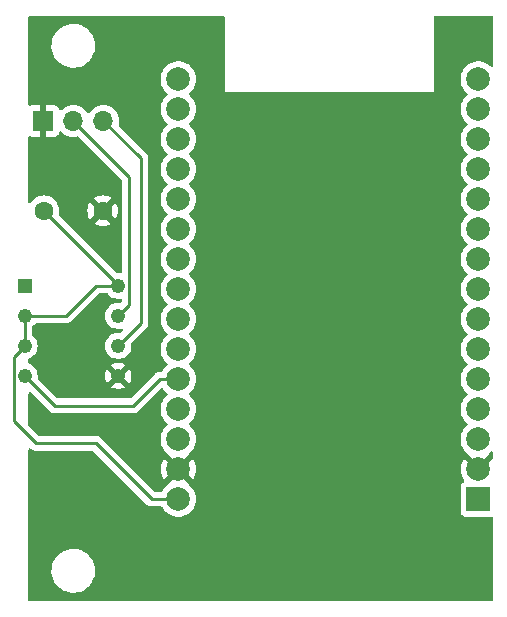
<source format=gbr>
%TF.GenerationSoftware,KiCad,Pcbnew,7.0.2-0*%
%TF.CreationDate,2023-09-29T11:13:34+09:30*%
%TF.ProjectId,ESP32DMX,45535033-3244-44d5-982e-6b696361645f,rev?*%
%TF.SameCoordinates,Original*%
%TF.FileFunction,Copper,L1,Top*%
%TF.FilePolarity,Positive*%
%FSLAX46Y46*%
G04 Gerber Fmt 4.6, Leading zero omitted, Abs format (unit mm)*
G04 Created by KiCad (PCBNEW 7.0.2-0) date 2023-09-29 11:13:34*
%MOMM*%
%LPD*%
G01*
G04 APERTURE LIST*
%TA.AperFunction,ComponentPad*%
%ADD10R,2.000000X2.000000*%
%TD*%
%TA.AperFunction,ComponentPad*%
%ADD11C,2.000000*%
%TD*%
%TA.AperFunction,ComponentPad*%
%ADD12R,1.210000X1.210000*%
%TD*%
%TA.AperFunction,ComponentPad*%
%ADD13C,1.210000*%
%TD*%
%TA.AperFunction,ComponentPad*%
%ADD14C,1.600000*%
%TD*%
%TA.AperFunction,ComponentPad*%
%ADD15R,1.700000X1.700000*%
%TD*%
%TA.AperFunction,ComponentPad*%
%ADD16O,1.700000X1.700000*%
%TD*%
%TA.AperFunction,Conductor*%
%ADD17C,0.250000*%
%TD*%
G04 APERTURE END LIST*
D10*
%TO.P,U1,1,3V3*%
%TO.N,unconnected-(U1-3V3-Pad1)*%
X93980000Y-101875000D03*
D11*
%TO.P,U1,2,GND*%
%TO.N,GND*%
X93980000Y-99335000D03*
%TO.P,U1,3,D15*%
%TO.N,unconnected-(U1-D15-Pad3)*%
X93980000Y-96795000D03*
%TO.P,U1,4,D2*%
%TO.N,unconnected-(U1-D2-Pad4)*%
X93980000Y-94255000D03*
%TO.P,U1,5,D4*%
%TO.N,unconnected-(U1-D4-Pad5)*%
X93980000Y-91715000D03*
%TO.P,U1,6,RX2*%
%TO.N,unconnected-(U1-RX2-Pad6)*%
X93980000Y-89175000D03*
%TO.P,U1,7,TX2*%
%TO.N,unconnected-(U1-TX2-Pad7)*%
X93980000Y-86635000D03*
%TO.P,U1,8,D5*%
%TO.N,unconnected-(U1-D5-Pad8)*%
X93980000Y-84095000D03*
%TO.P,U1,9,D18*%
%TO.N,unconnected-(U1-D18-Pad9)*%
X93980000Y-81555000D03*
%TO.P,U1,10,D19*%
%TO.N,unconnected-(U1-D19-Pad10)*%
X93980000Y-79015000D03*
%TO.P,U1,11,D21*%
%TO.N,unconnected-(U1-D21-Pad11)*%
X93980000Y-76475000D03*
%TO.P,U1,12,RX0*%
%TO.N,unconnected-(U1-RX0-Pad12)*%
X93980000Y-73935000D03*
%TO.P,U1,13,TX0*%
%TO.N,unconnected-(U1-TX0-Pad13)*%
X93980000Y-71395000D03*
%TO.P,U1,14,D22*%
%TO.N,unconnected-(U1-D22-Pad14)*%
X93980000Y-68855000D03*
%TO.P,U1,15,D23*%
%TO.N,unconnected-(U1-D23-Pad15)*%
X93980000Y-66315000D03*
%TO.P,U1,30,VIN*%
%TO.N,+5V*%
X68580000Y-101875000D03*
%TO.P,U1,29,GND*%
%TO.N,GND*%
X68580000Y-99335000D03*
%TO.P,U1,28,D13*%
%TO.N,unconnected-(U1-D13-Pad28)*%
X68580000Y-96795000D03*
%TO.P,U1,27,D12*%
%TO.N,unconnected-(U1-D12-Pad27)*%
X68580000Y-94255000D03*
%TO.P,U1,26,D14*%
%TO.N,/DMX_DATA*%
X68580000Y-91715000D03*
%TO.P,U1,25,D27*%
%TO.N,unconnected-(U1-D27-Pad25)*%
X68580000Y-89175000D03*
%TO.P,U1,24,D26*%
%TO.N,unconnected-(U1-D26-Pad24)*%
X68580000Y-86635000D03*
%TO.P,U1,23,D25*%
%TO.N,unconnected-(U1-D25-Pad23)*%
X68580000Y-84095000D03*
%TO.P,U1,22,D33*%
%TO.N,unconnected-(U1-D33-Pad22)*%
X68580000Y-81555000D03*
%TO.P,U1,21,D32*%
%TO.N,unconnected-(U1-D32-Pad21)*%
X68580000Y-79015000D03*
%TO.P,U1,20,D35*%
%TO.N,unconnected-(U1-D35-Pad20)*%
X68580000Y-76475000D03*
%TO.P,U1,19,D34*%
%TO.N,unconnected-(U1-D34-Pad19)*%
X68580000Y-73935000D03*
%TO.P,U1,18,VN*%
%TO.N,unconnected-(U1-VN-Pad18)*%
X68580000Y-71395000D03*
%TO.P,U1,17,VP*%
%TO.N,unconnected-(U1-VP-Pad17)*%
X68580000Y-68855000D03*
%TO.P,U1,16,EN*%
%TO.N,unconnected-(U1-EN-Pad16)*%
X68580000Y-66315000D03*
%TD*%
D12*
%TO.P,U2,1,RO*%
%TO.N,unconnected-(U2-RO-Pad1)*%
X55560000Y-83820000D03*
D13*
%TO.P,U2,2,~{RE}*%
%TO.N,+5V*%
X55560000Y-86360000D03*
%TO.P,U2,3,DE*%
X55560000Y-88900000D03*
%TO.P,U2,4,DI*%
%TO.N,/DMX_DATA*%
X55560000Y-91440000D03*
%TO.P,U2,5,GND*%
%TO.N,GND*%
X63500000Y-91440000D03*
%TO.P,U2,6,A*%
%TO.N,/XLR_PIN3*%
X63500000Y-88900000D03*
%TO.P,U2,7,B*%
%TO.N,/XLR_PIN2*%
X63500000Y-86360000D03*
%TO.P,U2,8,VCC*%
%TO.N,+5V*%
X63500000Y-83820000D03*
%TD*%
D14*
%TO.P,C1,1*%
%TO.N,+5V*%
X57190000Y-77470000D03*
%TO.P,C1,2*%
%TO.N,GND*%
X62190000Y-77470000D03*
%TD*%
D15*
%TO.P,J1,1,Pin_1*%
%TO.N,GND*%
X57150000Y-69850000D03*
D16*
%TO.P,J1,2,Pin_2*%
%TO.N,/XLR_PIN2*%
X59690000Y-69850000D03*
%TO.P,J1,3,Pin_3*%
%TO.N,/XLR_PIN3*%
X62230000Y-69850000D03*
%TD*%
D17*
%TO.N,/XLR_PIN3*%
X62230000Y-69850000D02*
X65405000Y-73025000D01*
X65405000Y-73025000D02*
X65405000Y-86995000D01*
X65405000Y-86995000D02*
X63500000Y-88900000D01*
%TO.N,/XLR_PIN2*%
X63500000Y-86360000D02*
X64430000Y-85430000D01*
X64430000Y-85430000D02*
X64430000Y-74590000D01*
X64430000Y-74590000D02*
X59690000Y-69850000D01*
%TO.N,+5V*%
X61595000Y-97155000D02*
X56515000Y-97155000D01*
X66315000Y-101875000D02*
X61595000Y-97155000D01*
X54630000Y-95270000D02*
X54630000Y-89830000D01*
X54630000Y-89830000D02*
X55560000Y-88900000D01*
X56515000Y-97155000D02*
X54630000Y-95270000D01*
X61595000Y-83820000D02*
X59055000Y-86360000D01*
X63500000Y-83820000D02*
X61595000Y-83820000D01*
X59055000Y-86360000D02*
X55560000Y-86360000D01*
X55560000Y-86360000D02*
X55560000Y-88900000D01*
%TO.N,/DMX_DATA*%
X67035000Y-91715000D02*
X64770000Y-93980000D01*
X58100000Y-93980000D02*
X55560000Y-91440000D01*
X68580000Y-91715000D02*
X67035000Y-91715000D01*
X64770000Y-93980000D02*
X58100000Y-93980000D01*
%TO.N,+5V*%
X57190000Y-77470000D02*
X63500000Y-83780000D01*
X63500000Y-83780000D02*
X63500000Y-83820000D01*
X66315000Y-101875000D02*
X68580000Y-101875000D01*
%TD*%
%TA.AperFunction,Conductor*%
%TO.N,GND*%
G36*
X72443039Y-60979685D02*
G01*
X72488794Y-61032489D01*
X72500000Y-61083999D01*
X72500000Y-67375000D01*
X90190000Y-67375000D01*
X90190000Y-61084000D01*
X90209685Y-61016961D01*
X90262489Y-60971206D01*
X90314000Y-60960000D01*
X95126000Y-60960000D01*
X95193039Y-60979685D01*
X95238794Y-61032489D01*
X95250000Y-61084000D01*
X95250000Y-65161327D01*
X95230315Y-65228366D01*
X95177511Y-65274121D01*
X95108353Y-65284065D01*
X95044797Y-65255040D01*
X95034771Y-65245311D01*
X94999741Y-65207259D01*
X94803514Y-65054529D01*
X94803510Y-65054526D01*
X94803509Y-65054526D01*
X94584810Y-64936172D01*
X94584806Y-64936170D01*
X94584805Y-64936170D01*
X94349615Y-64855429D01*
X94104335Y-64814500D01*
X93855665Y-64814500D01*
X93610384Y-64855429D01*
X93375194Y-64936170D01*
X93156485Y-65054529D01*
X92960259Y-65207259D01*
X92960256Y-65207261D01*
X92960256Y-65207262D01*
X92916273Y-65255040D01*
X92791837Y-65390214D01*
X92655825Y-65598395D01*
X92555938Y-65826117D01*
X92494891Y-66067183D01*
X92474356Y-66314999D01*
X92494891Y-66562816D01*
X92494891Y-66562819D01*
X92494892Y-66562821D01*
X92555937Y-66803881D01*
X92600960Y-66906523D01*
X92655825Y-67031604D01*
X92655827Y-67031607D01*
X92791836Y-67239785D01*
X92930416Y-67390323D01*
X92960256Y-67422738D01*
X93043008Y-67487147D01*
X93083821Y-67543858D01*
X93087494Y-67613631D01*
X93052863Y-67674314D01*
X93043008Y-67682853D01*
X92960256Y-67747261D01*
X92791837Y-67930214D01*
X92655825Y-68138395D01*
X92565780Y-68343678D01*
X92555937Y-68366119D01*
X92505427Y-68565576D01*
X92494891Y-68607183D01*
X92474356Y-68854999D01*
X92494891Y-69102816D01*
X92494891Y-69102819D01*
X92494892Y-69102821D01*
X92555937Y-69343881D01*
X92565341Y-69365320D01*
X92655825Y-69571604D01*
X92655827Y-69571607D01*
X92791836Y-69779785D01*
X92930416Y-69930323D01*
X92960256Y-69962738D01*
X93043008Y-70027147D01*
X93083821Y-70083858D01*
X93087494Y-70153631D01*
X93052863Y-70214314D01*
X93043008Y-70222853D01*
X92960256Y-70287261D01*
X92791837Y-70470214D01*
X92655825Y-70678395D01*
X92597867Y-70810528D01*
X92555937Y-70906119D01*
X92517681Y-71057188D01*
X92494891Y-71147183D01*
X92474356Y-71394999D01*
X92494891Y-71642816D01*
X92494891Y-71642819D01*
X92494892Y-71642821D01*
X92555937Y-71883881D01*
X92600960Y-71986523D01*
X92655825Y-72111604D01*
X92655827Y-72111607D01*
X92791836Y-72319785D01*
X92930416Y-72470323D01*
X92960256Y-72502738D01*
X93043008Y-72567147D01*
X93083821Y-72623858D01*
X93087494Y-72693631D01*
X93052863Y-72754314D01*
X93043008Y-72762853D01*
X92960256Y-72827261D01*
X92869018Y-72926373D01*
X92791836Y-73010215D01*
X92787309Y-73017144D01*
X92655825Y-73218395D01*
X92555938Y-73446117D01*
X92494891Y-73687183D01*
X92474356Y-73935000D01*
X92494891Y-74182816D01*
X92494891Y-74182819D01*
X92494892Y-74182821D01*
X92555937Y-74423881D01*
X92600960Y-74526523D01*
X92655825Y-74651604D01*
X92655827Y-74651607D01*
X92791836Y-74859785D01*
X92930416Y-75010323D01*
X92960256Y-75042738D01*
X93043008Y-75107147D01*
X93083821Y-75163858D01*
X93087494Y-75233631D01*
X93052863Y-75294314D01*
X93043008Y-75302853D01*
X92960256Y-75367261D01*
X92791837Y-75550214D01*
X92655825Y-75758395D01*
X92565780Y-75963678D01*
X92555937Y-75986119D01*
X92510630Y-76165033D01*
X92494891Y-76227183D01*
X92474356Y-76474999D01*
X92494891Y-76722816D01*
X92494891Y-76722819D01*
X92494892Y-76722821D01*
X92555937Y-76963881D01*
X92582089Y-77023502D01*
X92655825Y-77191604D01*
X92655827Y-77191607D01*
X92791836Y-77399785D01*
X92930416Y-77550323D01*
X92960256Y-77582738D01*
X93043008Y-77647147D01*
X93083821Y-77703858D01*
X93087494Y-77773631D01*
X93052863Y-77834314D01*
X93043008Y-77842853D01*
X92960256Y-77907261D01*
X92805215Y-78075681D01*
X92791836Y-78090215D01*
X92761258Y-78137019D01*
X92655825Y-78298395D01*
X92580533Y-78470046D01*
X92555937Y-78526119D01*
X92497940Y-78755141D01*
X92494891Y-78767183D01*
X92474356Y-79014999D01*
X92494891Y-79262816D01*
X92494891Y-79262819D01*
X92494892Y-79262821D01*
X92555937Y-79503881D01*
X92600960Y-79606523D01*
X92655825Y-79731604D01*
X92655827Y-79731607D01*
X92791836Y-79939785D01*
X92930416Y-80090323D01*
X92960256Y-80122738D01*
X93043008Y-80187147D01*
X93083821Y-80243858D01*
X93087494Y-80313631D01*
X93052863Y-80374314D01*
X93043008Y-80382853D01*
X92960256Y-80447261D01*
X92791837Y-80630214D01*
X92655825Y-80838395D01*
X92555938Y-81066117D01*
X92494891Y-81307183D01*
X92474356Y-81554999D01*
X92494891Y-81802816D01*
X92494891Y-81802819D01*
X92494892Y-81802821D01*
X92555937Y-82043881D01*
X92600960Y-82146523D01*
X92655825Y-82271604D01*
X92655827Y-82271607D01*
X92791836Y-82479785D01*
X92960256Y-82662737D01*
X92960256Y-82662738D01*
X93043008Y-82727147D01*
X93083821Y-82783858D01*
X93087494Y-82853631D01*
X93052863Y-82914314D01*
X93043008Y-82922853D01*
X92960256Y-82987261D01*
X92843738Y-83113834D01*
X92791836Y-83170215D01*
X92770495Y-83202880D01*
X92655825Y-83378395D01*
X92555938Y-83606117D01*
X92494891Y-83847183D01*
X92474356Y-84095000D01*
X92494891Y-84342816D01*
X92494891Y-84342819D01*
X92494892Y-84342821D01*
X92555937Y-84583881D01*
X92592542Y-84667331D01*
X92655825Y-84811604D01*
X92655827Y-84811607D01*
X92791836Y-85019785D01*
X92945387Y-85186586D01*
X92960256Y-85202738D01*
X93043008Y-85267147D01*
X93083821Y-85323858D01*
X93087494Y-85393631D01*
X93052863Y-85454314D01*
X93043008Y-85462853D01*
X92960256Y-85527261D01*
X92882215Y-85612037D01*
X92791836Y-85710215D01*
X92775970Y-85734500D01*
X92655825Y-85918395D01*
X92565780Y-86123678D01*
X92555937Y-86146119D01*
X92501775Y-86360000D01*
X92494891Y-86387183D01*
X92474356Y-86634999D01*
X92494891Y-86882816D01*
X92494891Y-86882819D01*
X92494892Y-86882821D01*
X92555937Y-87123881D01*
X92557641Y-87127765D01*
X92655825Y-87351604D01*
X92655827Y-87351607D01*
X92791836Y-87559785D01*
X92960256Y-87742738D01*
X93043008Y-87807146D01*
X93083820Y-87863856D01*
X93087495Y-87933629D01*
X93052863Y-87994312D01*
X93043009Y-88002851D01*
X92960257Y-88067260D01*
X92791837Y-88250214D01*
X92655825Y-88458395D01*
X92570759Y-88652328D01*
X92555937Y-88686119D01*
X92539393Y-88751451D01*
X92494891Y-88927183D01*
X92474356Y-89174999D01*
X92494891Y-89422816D01*
X92494891Y-89422819D01*
X92494892Y-89422821D01*
X92555937Y-89663881D01*
X92600960Y-89766523D01*
X92655825Y-89891604D01*
X92655827Y-89891607D01*
X92791836Y-90099785D01*
X92927300Y-90246938D01*
X92960256Y-90282738D01*
X93043008Y-90347147D01*
X93083821Y-90403858D01*
X93087494Y-90473631D01*
X93052863Y-90534314D01*
X93043008Y-90542853D01*
X92960256Y-90607261D01*
X92791837Y-90790214D01*
X92655825Y-90998395D01*
X92583837Y-91162514D01*
X92555937Y-91226119D01*
X92542007Y-91281129D01*
X92494891Y-91467183D01*
X92474356Y-91714999D01*
X92494891Y-91962816D01*
X92494891Y-91962819D01*
X92494892Y-91962821D01*
X92555937Y-92203881D01*
X92600960Y-92306523D01*
X92655825Y-92431604D01*
X92655827Y-92431607D01*
X92791836Y-92639785D01*
X92930416Y-92790323D01*
X92960256Y-92822738D01*
X93043008Y-92887147D01*
X93083821Y-92943858D01*
X93087494Y-93013631D01*
X93052863Y-93074314D01*
X93043008Y-93082853D01*
X92960256Y-93147261D01*
X92805215Y-93315680D01*
X92791836Y-93330215D01*
X92775970Y-93354500D01*
X92655825Y-93538395D01*
X92555938Y-93766117D01*
X92494891Y-94007183D01*
X92474356Y-94255000D01*
X92494891Y-94502816D01*
X92494891Y-94502819D01*
X92494892Y-94502821D01*
X92555937Y-94743881D01*
X92600960Y-94846523D01*
X92655825Y-94971604D01*
X92655827Y-94971607D01*
X92791836Y-95179785D01*
X92930416Y-95330323D01*
X92960256Y-95362738D01*
X93043008Y-95427147D01*
X93083821Y-95483858D01*
X93087494Y-95553631D01*
X93052863Y-95614314D01*
X93043008Y-95622853D01*
X92960256Y-95687261D01*
X92791837Y-95870214D01*
X92655825Y-96078395D01*
X92555938Y-96306117D01*
X92494891Y-96547183D01*
X92474356Y-96794999D01*
X92494891Y-97042816D01*
X92494891Y-97042819D01*
X92494892Y-97042821D01*
X92555937Y-97283881D01*
X92600960Y-97386523D01*
X92655825Y-97511604D01*
X92655827Y-97511607D01*
X92791836Y-97719785D01*
X92930416Y-97870323D01*
X92960256Y-97902738D01*
X93063744Y-97983286D01*
X93104557Y-98039996D01*
X93111343Y-98088823D01*
X93109941Y-98111389D01*
X93838634Y-98840081D01*
X93834839Y-98840627D01*
X93701438Y-98901549D01*
X93590605Y-98997587D01*
X93511318Y-99120960D01*
X93488866Y-99197419D01*
X92756564Y-98465116D01*
X92656266Y-98618634D01*
X92556413Y-98846278D01*
X92495386Y-99087267D01*
X92474858Y-99334999D01*
X92495386Y-99582732D01*
X92556413Y-99823721D01*
X92656267Y-100051368D01*
X92786941Y-100251380D01*
X92807128Y-100318269D01*
X92787948Y-100385455D01*
X92750412Y-100418476D01*
X92751942Y-100420520D01*
X92737670Y-100431203D01*
X92737669Y-100431204D01*
X92650883Y-100496172D01*
X92622454Y-100517454D01*
X92536204Y-100632668D01*
X92516047Y-100686714D01*
X92485909Y-100767517D01*
X92479500Y-100827127D01*
X92479500Y-100830448D01*
X92479500Y-100830449D01*
X92479500Y-102919560D01*
X92479500Y-102919578D01*
X92479501Y-102922872D01*
X92479853Y-102926152D01*
X92479854Y-102926159D01*
X92485909Y-102982484D01*
X92511056Y-103049907D01*
X92536204Y-103117331D01*
X92622454Y-103232546D01*
X92737669Y-103318796D01*
X92872517Y-103369091D01*
X92932127Y-103375500D01*
X95027872Y-103375499D01*
X95087483Y-103369091D01*
X95087484Y-103369090D01*
X95102969Y-103367426D01*
X95103183Y-103369420D01*
X95152354Y-103365902D01*
X95213678Y-103399385D01*
X95247165Y-103460707D01*
X95250000Y-103487069D01*
X95250000Y-110366000D01*
X95230315Y-110433039D01*
X95177511Y-110478794D01*
X95126000Y-110490000D01*
X56004000Y-110490000D01*
X55936961Y-110470315D01*
X55891206Y-110417511D01*
X55880000Y-110366000D01*
X55880000Y-108017764D01*
X57835787Y-108017764D01*
X57865413Y-108287016D01*
X57933928Y-108549087D01*
X58039871Y-108798392D01*
X58180982Y-109029611D01*
X58270253Y-109136881D01*
X58354255Y-109237820D01*
X58555998Y-109418582D01*
X58781910Y-109568044D01*
X58888211Y-109617876D01*
X59027177Y-109683021D01*
X59286562Y-109761058D01*
X59286569Y-109761060D01*
X59554561Y-109800500D01*
X59554564Y-109800500D01*
X59755369Y-109800500D01*
X59757631Y-109800500D01*
X59960156Y-109785677D01*
X60224553Y-109726780D01*
X60477558Y-109630014D01*
X60713777Y-109497441D01*
X60928177Y-109331888D01*
X61116186Y-109136881D01*
X61273799Y-108916579D01*
X61397656Y-108675675D01*
X61485118Y-108419305D01*
X61534319Y-108152933D01*
X61544212Y-107882235D01*
X61514586Y-107612982D01*
X61446072Y-107350912D01*
X61340130Y-107101610D01*
X61199018Y-106870390D01*
X61199017Y-106870388D01*
X61025746Y-106662181D01*
X60920759Y-106568112D01*
X60824002Y-106481418D01*
X60598090Y-106331956D01*
X60598086Y-106331954D01*
X60352822Y-106216978D01*
X60093437Y-106138941D01*
X60093431Y-106138940D01*
X59825439Y-106099500D01*
X59622369Y-106099500D01*
X59620120Y-106099664D01*
X59620109Y-106099665D01*
X59419843Y-106114322D01*
X59155449Y-106173219D01*
X58902441Y-106269986D01*
X58666223Y-106402559D01*
X58451825Y-106568109D01*
X58263813Y-106763120D01*
X58106201Y-106983420D01*
X57982342Y-107224329D01*
X57894881Y-107480695D01*
X57845680Y-107747066D01*
X57835787Y-108017764D01*
X55880000Y-108017764D01*
X55880000Y-97703952D01*
X55899685Y-97636913D01*
X55952489Y-97591158D01*
X56021647Y-97581214D01*
X56085203Y-97610239D01*
X56091681Y-97616271D01*
X56100530Y-97625120D01*
X56103615Y-97627513D01*
X56103701Y-97627580D01*
X56112573Y-97635158D01*
X56144418Y-97665062D01*
X56161974Y-97674714D01*
X56178231Y-97685392D01*
X56194064Y-97697674D01*
X56210185Y-97704649D01*
X56234156Y-97715023D01*
X56244643Y-97720160D01*
X56282908Y-97741197D01*
X56302316Y-97746180D01*
X56320710Y-97752478D01*
X56339105Y-97760438D01*
X56382254Y-97767271D01*
X56393680Y-97769638D01*
X56409222Y-97773629D01*
X56435980Y-97780500D01*
X56435981Y-97780500D01*
X56456016Y-97780500D01*
X56475413Y-97782026D01*
X56495196Y-97785160D01*
X56538674Y-97781050D01*
X56550344Y-97780500D01*
X61284548Y-97780500D01*
X61351587Y-97800185D01*
X61372229Y-97816819D01*
X65814196Y-102258787D01*
X65827096Y-102274888D01*
X65878223Y-102322900D01*
X65881020Y-102325611D01*
X65900529Y-102345120D01*
X65903709Y-102347587D01*
X65912571Y-102355155D01*
X65944418Y-102385062D01*
X65961972Y-102394712D01*
X65978236Y-102405396D01*
X65989972Y-102414499D01*
X65994064Y-102417673D01*
X66018909Y-102428424D01*
X66034152Y-102435021D01*
X66044631Y-102440154D01*
X66082908Y-102461197D01*
X66102306Y-102466177D01*
X66120708Y-102472477D01*
X66139104Y-102480438D01*
X66182261Y-102487273D01*
X66193664Y-102489634D01*
X66235981Y-102500500D01*
X66256016Y-102500500D01*
X66275413Y-102502026D01*
X66295196Y-102505160D01*
X66338674Y-102501050D01*
X66350344Y-102500500D01*
X67134850Y-102500500D01*
X67201889Y-102520185D01*
X67247644Y-102572989D01*
X67248406Y-102574690D01*
X67255825Y-102591604D01*
X67255827Y-102591607D01*
X67391836Y-102799785D01*
X67560256Y-102982738D01*
X67560259Y-102982740D01*
X67756485Y-103135470D01*
X67756487Y-103135471D01*
X67756491Y-103135474D01*
X67975190Y-103253828D01*
X68210386Y-103334571D01*
X68455665Y-103375500D01*
X68704335Y-103375500D01*
X68949614Y-103334571D01*
X69184810Y-103253828D01*
X69403509Y-103135474D01*
X69599744Y-102982738D01*
X69768164Y-102799785D01*
X69904173Y-102591607D01*
X70004063Y-102363881D01*
X70065108Y-102122821D01*
X70085643Y-101875000D01*
X70065108Y-101627179D01*
X70004063Y-101386119D01*
X69914016Y-101180833D01*
X69904174Y-101158395D01*
X69904173Y-101158393D01*
X69768164Y-100950215D01*
X69599744Y-100767262D01*
X69496253Y-100686712D01*
X69455442Y-100630003D01*
X69448655Y-100581176D01*
X69450056Y-100558609D01*
X68721365Y-99829918D01*
X68725161Y-99829373D01*
X68858562Y-99768451D01*
X68969395Y-99672413D01*
X69048682Y-99549040D01*
X69071133Y-99472580D01*
X69803434Y-100204882D01*
X69903730Y-100051369D01*
X70003586Y-99823721D01*
X70064613Y-99582732D01*
X70085141Y-99334999D01*
X70064613Y-99087267D01*
X70003586Y-98846278D01*
X69903730Y-98618630D01*
X69803434Y-98465116D01*
X69071132Y-99197418D01*
X69048682Y-99120960D01*
X68969395Y-98997587D01*
X68858562Y-98901549D01*
X68725161Y-98840627D01*
X68721366Y-98840081D01*
X69450056Y-98111390D01*
X69448655Y-98088825D01*
X69464147Y-98020694D01*
X69496250Y-97983290D01*
X69599744Y-97902738D01*
X69768164Y-97719785D01*
X69904173Y-97511607D01*
X70004063Y-97283881D01*
X70065108Y-97042821D01*
X70085643Y-96795000D01*
X70065108Y-96547179D01*
X70004063Y-96306119D01*
X69904173Y-96078393D01*
X69768164Y-95870215D01*
X69599744Y-95687262D01*
X69540727Y-95641327D01*
X69516992Y-95622853D01*
X69476179Y-95566143D01*
X69472504Y-95496370D01*
X69507136Y-95435687D01*
X69516992Y-95427147D01*
X69558651Y-95394722D01*
X69599744Y-95362738D01*
X69768164Y-95179785D01*
X69904173Y-94971607D01*
X70004063Y-94743881D01*
X70065108Y-94502821D01*
X70085643Y-94255000D01*
X70065108Y-94007179D01*
X70004063Y-93766119D01*
X69904173Y-93538393D01*
X69768164Y-93330215D01*
X69599744Y-93147262D01*
X69540727Y-93101327D01*
X69516992Y-93082853D01*
X69476179Y-93026143D01*
X69472504Y-92956370D01*
X69507136Y-92895687D01*
X69516992Y-92887147D01*
X69541256Y-92868260D01*
X69599744Y-92822738D01*
X69768164Y-92639785D01*
X69904173Y-92431607D01*
X70004063Y-92203881D01*
X70065108Y-91962821D01*
X70085643Y-91715000D01*
X70065108Y-91467179D01*
X70004063Y-91226119D01*
X69914016Y-91020833D01*
X69904174Y-90998395D01*
X69904173Y-90998393D01*
X69768164Y-90790215D01*
X69599744Y-90607262D01*
X69540727Y-90561327D01*
X69516992Y-90542853D01*
X69476179Y-90486143D01*
X69472504Y-90416370D01*
X69507136Y-90355687D01*
X69516992Y-90347147D01*
X69558651Y-90314722D01*
X69599744Y-90282738D01*
X69768164Y-90099785D01*
X69904173Y-89891607D01*
X70004063Y-89663881D01*
X70065108Y-89422821D01*
X70085643Y-89175000D01*
X70065108Y-88927179D01*
X70004063Y-88686119D01*
X69904173Y-88458393D01*
X69768164Y-88250215D01*
X69599744Y-88067262D01*
X69540727Y-88021327D01*
X69516992Y-88002853D01*
X69476179Y-87946143D01*
X69472504Y-87876370D01*
X69507136Y-87815687D01*
X69516992Y-87807147D01*
X69568649Y-87766940D01*
X69599744Y-87742738D01*
X69768164Y-87559785D01*
X69904173Y-87351607D01*
X70004063Y-87123881D01*
X70065108Y-86882821D01*
X70085643Y-86635000D01*
X70065108Y-86387179D01*
X70004063Y-86146119D01*
X69904173Y-85918393D01*
X69768164Y-85710215D01*
X69599744Y-85527262D01*
X69540727Y-85481327D01*
X69516992Y-85462853D01*
X69476179Y-85406143D01*
X69472504Y-85336370D01*
X69507136Y-85275687D01*
X69516992Y-85267147D01*
X69558651Y-85234722D01*
X69599744Y-85202738D01*
X69768164Y-85019785D01*
X69904173Y-84811607D01*
X70004063Y-84583881D01*
X70065108Y-84342821D01*
X70085643Y-84095000D01*
X70065108Y-83847179D01*
X70004063Y-83606119D01*
X69904173Y-83378393D01*
X69768164Y-83170215D01*
X69599744Y-82987262D01*
X69540727Y-82941327D01*
X69516992Y-82922853D01*
X69476179Y-82866143D01*
X69472504Y-82796370D01*
X69507136Y-82735687D01*
X69516992Y-82727147D01*
X69541830Y-82707814D01*
X69599744Y-82662738D01*
X69768164Y-82479785D01*
X69904173Y-82271607D01*
X70004063Y-82043881D01*
X70065108Y-81802821D01*
X70085643Y-81555000D01*
X70065108Y-81307179D01*
X70004063Y-81066119D01*
X69904173Y-80838393D01*
X69768164Y-80630215D01*
X69599744Y-80447262D01*
X69540727Y-80401327D01*
X69516992Y-80382853D01*
X69476179Y-80326143D01*
X69472504Y-80256370D01*
X69507136Y-80195687D01*
X69516992Y-80187147D01*
X69558651Y-80154722D01*
X69599744Y-80122738D01*
X69768164Y-79939785D01*
X69904173Y-79731607D01*
X70004063Y-79503881D01*
X70065108Y-79262821D01*
X70085643Y-79015000D01*
X70065108Y-78767179D01*
X70004063Y-78526119D01*
X69904173Y-78298393D01*
X69768164Y-78090215D01*
X69599744Y-77907262D01*
X69532810Y-77855165D01*
X69516992Y-77842853D01*
X69476179Y-77786143D01*
X69472504Y-77716370D01*
X69507136Y-77655687D01*
X69516992Y-77647147D01*
X69558651Y-77614722D01*
X69599744Y-77582738D01*
X69768164Y-77399785D01*
X69904173Y-77191607D01*
X70004063Y-76963881D01*
X70065108Y-76722821D01*
X70085643Y-76475000D01*
X70065108Y-76227179D01*
X70004063Y-75986119D01*
X69904173Y-75758393D01*
X69768164Y-75550215D01*
X69599744Y-75367262D01*
X69540727Y-75321327D01*
X69516992Y-75302853D01*
X69476179Y-75246143D01*
X69472504Y-75176370D01*
X69507136Y-75115687D01*
X69516992Y-75107147D01*
X69558651Y-75074722D01*
X69599744Y-75042738D01*
X69768164Y-74859785D01*
X69904173Y-74651607D01*
X70004063Y-74423881D01*
X70065108Y-74182821D01*
X70085643Y-73935000D01*
X70065108Y-73687179D01*
X70004063Y-73446119D01*
X69904173Y-73218393D01*
X69768164Y-73010215D01*
X69599744Y-72827262D01*
X69540727Y-72781327D01*
X69516992Y-72762853D01*
X69476179Y-72706143D01*
X69472504Y-72636370D01*
X69507136Y-72575687D01*
X69516992Y-72567147D01*
X69558651Y-72534722D01*
X69599744Y-72502738D01*
X69768164Y-72319785D01*
X69904173Y-72111607D01*
X70004063Y-71883881D01*
X70065108Y-71642821D01*
X70085643Y-71395000D01*
X70065108Y-71147179D01*
X70004063Y-70906119D01*
X69904173Y-70678393D01*
X69768164Y-70470215D01*
X69599744Y-70287262D01*
X69540727Y-70241327D01*
X69516992Y-70222853D01*
X69476179Y-70166143D01*
X69472504Y-70096370D01*
X69507136Y-70035687D01*
X69516992Y-70027147D01*
X69558651Y-69994722D01*
X69599744Y-69962738D01*
X69768164Y-69779785D01*
X69904173Y-69571607D01*
X70004063Y-69343881D01*
X70065108Y-69102821D01*
X70085643Y-68855000D01*
X70065108Y-68607179D01*
X70004063Y-68366119D01*
X69904173Y-68138393D01*
X69768164Y-67930215D01*
X69599744Y-67747262D01*
X69540727Y-67701327D01*
X69516992Y-67682853D01*
X69476179Y-67626143D01*
X69472504Y-67556370D01*
X69507136Y-67495687D01*
X69516992Y-67487147D01*
X69558651Y-67454722D01*
X69599744Y-67422738D01*
X69768164Y-67239785D01*
X69904173Y-67031607D01*
X70004063Y-66803881D01*
X70065108Y-66562821D01*
X70085643Y-66315000D01*
X70065108Y-66067179D01*
X70004063Y-65826119D01*
X69904173Y-65598393D01*
X69768164Y-65390215D01*
X69599744Y-65207262D01*
X69540727Y-65161327D01*
X69403514Y-65054529D01*
X69403510Y-65054526D01*
X69403509Y-65054526D01*
X69184810Y-64936172D01*
X69184806Y-64936170D01*
X69184805Y-64936170D01*
X68949615Y-64855429D01*
X68704335Y-64814500D01*
X68455665Y-64814500D01*
X68210384Y-64855429D01*
X67975194Y-64936170D01*
X67756485Y-65054529D01*
X67560259Y-65207259D01*
X67560256Y-65207261D01*
X67560256Y-65207262D01*
X67516273Y-65255040D01*
X67391837Y-65390214D01*
X67255825Y-65598395D01*
X67155938Y-65826117D01*
X67094891Y-66067183D01*
X67074356Y-66314999D01*
X67094891Y-66562816D01*
X67094891Y-66562819D01*
X67094892Y-66562821D01*
X67155937Y-66803881D01*
X67200960Y-66906523D01*
X67255825Y-67031604D01*
X67255827Y-67031607D01*
X67391836Y-67239785D01*
X67530416Y-67390323D01*
X67560256Y-67422738D01*
X67643008Y-67487147D01*
X67683821Y-67543858D01*
X67687494Y-67613631D01*
X67652863Y-67674314D01*
X67643008Y-67682853D01*
X67560256Y-67747261D01*
X67391837Y-67930214D01*
X67255825Y-68138395D01*
X67165780Y-68343678D01*
X67155937Y-68366119D01*
X67105427Y-68565576D01*
X67094891Y-68607183D01*
X67074356Y-68854999D01*
X67094891Y-69102816D01*
X67094891Y-69102819D01*
X67094892Y-69102821D01*
X67155937Y-69343881D01*
X67165341Y-69365320D01*
X67255825Y-69571604D01*
X67255827Y-69571607D01*
X67391836Y-69779785D01*
X67530416Y-69930323D01*
X67560256Y-69962738D01*
X67643008Y-70027147D01*
X67683821Y-70083858D01*
X67687494Y-70153631D01*
X67652863Y-70214314D01*
X67643008Y-70222853D01*
X67560256Y-70287261D01*
X67391837Y-70470214D01*
X67255825Y-70678395D01*
X67197867Y-70810528D01*
X67155937Y-70906119D01*
X67117681Y-71057188D01*
X67094891Y-71147183D01*
X67074356Y-71394999D01*
X67094891Y-71642816D01*
X67094891Y-71642819D01*
X67094892Y-71642821D01*
X67155937Y-71883881D01*
X67200960Y-71986523D01*
X67255825Y-72111604D01*
X67255827Y-72111607D01*
X67391836Y-72319785D01*
X67530416Y-72470323D01*
X67560256Y-72502738D01*
X67643008Y-72567147D01*
X67683821Y-72623858D01*
X67687494Y-72693631D01*
X67652863Y-72754314D01*
X67643008Y-72762853D01*
X67560256Y-72827261D01*
X67469018Y-72926373D01*
X67391836Y-73010215D01*
X67387309Y-73017144D01*
X67255825Y-73218395D01*
X67155938Y-73446117D01*
X67094891Y-73687183D01*
X67074356Y-73935000D01*
X67094891Y-74182816D01*
X67094891Y-74182819D01*
X67094892Y-74182821D01*
X67155937Y-74423881D01*
X67200960Y-74526523D01*
X67255825Y-74651604D01*
X67255827Y-74651607D01*
X67391836Y-74859785D01*
X67530416Y-75010323D01*
X67560256Y-75042738D01*
X67643008Y-75107147D01*
X67683821Y-75163858D01*
X67687494Y-75233631D01*
X67652863Y-75294314D01*
X67643008Y-75302853D01*
X67560256Y-75367261D01*
X67391837Y-75550214D01*
X67255825Y-75758395D01*
X67165780Y-75963678D01*
X67155937Y-75986119D01*
X67110630Y-76165033D01*
X67094891Y-76227183D01*
X67074356Y-76474999D01*
X67094891Y-76722816D01*
X67094891Y-76722819D01*
X67094892Y-76722821D01*
X67155937Y-76963881D01*
X67182089Y-77023502D01*
X67255825Y-77191604D01*
X67255827Y-77191607D01*
X67391836Y-77399785D01*
X67530416Y-77550323D01*
X67560256Y-77582738D01*
X67643008Y-77647147D01*
X67683821Y-77703858D01*
X67687494Y-77773631D01*
X67652863Y-77834314D01*
X67643008Y-77842853D01*
X67560256Y-77907261D01*
X67405215Y-78075680D01*
X67391836Y-78090215D01*
X67361258Y-78137019D01*
X67255825Y-78298395D01*
X67180533Y-78470046D01*
X67155937Y-78526119D01*
X67097940Y-78755141D01*
X67094891Y-78767183D01*
X67074356Y-79014999D01*
X67094891Y-79262816D01*
X67094891Y-79262819D01*
X67094892Y-79262821D01*
X67155937Y-79503881D01*
X67200960Y-79606523D01*
X67255825Y-79731604D01*
X67255827Y-79731607D01*
X67391836Y-79939785D01*
X67530416Y-80090323D01*
X67560256Y-80122738D01*
X67643008Y-80187147D01*
X67683821Y-80243858D01*
X67687494Y-80313631D01*
X67652863Y-80374314D01*
X67643008Y-80382853D01*
X67560256Y-80447261D01*
X67391837Y-80630214D01*
X67255825Y-80838395D01*
X67155938Y-81066117D01*
X67094891Y-81307183D01*
X67074356Y-81554999D01*
X67094891Y-81802816D01*
X67094891Y-81802819D01*
X67094892Y-81802821D01*
X67155937Y-82043881D01*
X67200960Y-82146523D01*
X67255825Y-82271604D01*
X67255827Y-82271607D01*
X67391836Y-82479785D01*
X67560256Y-82662737D01*
X67560256Y-82662738D01*
X67643008Y-82727147D01*
X67683821Y-82783858D01*
X67687494Y-82853631D01*
X67652863Y-82914314D01*
X67643008Y-82922853D01*
X67560256Y-82987261D01*
X67443738Y-83113834D01*
X67391836Y-83170215D01*
X67370495Y-83202880D01*
X67255825Y-83378395D01*
X67155938Y-83606117D01*
X67094891Y-83847183D01*
X67074356Y-84095000D01*
X67094891Y-84342816D01*
X67094891Y-84342819D01*
X67094892Y-84342821D01*
X67155937Y-84583881D01*
X67192542Y-84667331D01*
X67255825Y-84811604D01*
X67255827Y-84811607D01*
X67391836Y-85019785D01*
X67545387Y-85186586D01*
X67560256Y-85202738D01*
X67643008Y-85267147D01*
X67683821Y-85323858D01*
X67687494Y-85393631D01*
X67652863Y-85454314D01*
X67643008Y-85462853D01*
X67560256Y-85527261D01*
X67482215Y-85612037D01*
X67391836Y-85710215D01*
X67375970Y-85734500D01*
X67255825Y-85918395D01*
X67165780Y-86123678D01*
X67155937Y-86146119D01*
X67101775Y-86360000D01*
X67094891Y-86387183D01*
X67074356Y-86634999D01*
X67094891Y-86882816D01*
X67094891Y-86882819D01*
X67094892Y-86882821D01*
X67155937Y-87123881D01*
X67157641Y-87127765D01*
X67255825Y-87351604D01*
X67255827Y-87351607D01*
X67391836Y-87559785D01*
X67560256Y-87742738D01*
X67643008Y-87807146D01*
X67683820Y-87863856D01*
X67687495Y-87933629D01*
X67652863Y-87994312D01*
X67643009Y-88002851D01*
X67560257Y-88067260D01*
X67391837Y-88250214D01*
X67255825Y-88458395D01*
X67170759Y-88652328D01*
X67155937Y-88686119D01*
X67139393Y-88751451D01*
X67094891Y-88927183D01*
X67074356Y-89174999D01*
X67094891Y-89422816D01*
X67094891Y-89422819D01*
X67094892Y-89422821D01*
X67155937Y-89663881D01*
X67200960Y-89766523D01*
X67255825Y-89891604D01*
X67255827Y-89891607D01*
X67391836Y-90099785D01*
X67527300Y-90246938D01*
X67560256Y-90282738D01*
X67643008Y-90347147D01*
X67683821Y-90403858D01*
X67687494Y-90473631D01*
X67652863Y-90534314D01*
X67643008Y-90542853D01*
X67560256Y-90607261D01*
X67391837Y-90790214D01*
X67255825Y-90998395D01*
X67248406Y-91015310D01*
X67203450Y-91068796D01*
X67136714Y-91089486D01*
X67134850Y-91089500D01*
X67117744Y-91089500D01*
X67097236Y-91087235D01*
X67027113Y-91089439D01*
X67023219Y-91089500D01*
X66995650Y-91089500D01*
X66991794Y-91089986D01*
X66991791Y-91089987D01*
X66991735Y-91089994D01*
X66991662Y-91090003D01*
X66980043Y-91090917D01*
X66936372Y-91092289D01*
X66917128Y-91097880D01*
X66898084Y-91101824D01*
X66878208Y-91104335D01*
X66837600Y-91120413D01*
X66826554Y-91124194D01*
X66784610Y-91136382D01*
X66784607Y-91136383D01*
X66767365Y-91146579D01*
X66749904Y-91155133D01*
X66731267Y-91162512D01*
X66695931Y-91188185D01*
X66686174Y-91194595D01*
X66648580Y-91216829D01*
X66634413Y-91230996D01*
X66619624Y-91243626D01*
X66603413Y-91255404D01*
X66575572Y-91289058D01*
X66567711Y-91297697D01*
X64547228Y-93318181D01*
X64485905Y-93351666D01*
X64459547Y-93354500D01*
X58410453Y-93354500D01*
X58343414Y-93334815D01*
X58322772Y-93318181D01*
X56692261Y-91687670D01*
X56658776Y-91626347D01*
X56656471Y-91588548D01*
X56661269Y-91536765D01*
X56670236Y-91440000D01*
X62390266Y-91440000D01*
X62409160Y-91643913D01*
X62465204Y-91840883D01*
X62556483Y-92024199D01*
X62558963Y-92027481D01*
X62558965Y-92027482D01*
X63074208Y-91512238D01*
X63076046Y-91536765D01*
X63123403Y-91657428D01*
X63204222Y-91758773D01*
X63311323Y-91831793D01*
X63426295Y-91867257D01*
X62915679Y-92377871D01*
X63005348Y-92433392D01*
X63196307Y-92507370D01*
X63397609Y-92545000D01*
X63602391Y-92545000D01*
X63803692Y-92507370D01*
X63994653Y-92433392D01*
X64084318Y-92377872D01*
X64084318Y-92377871D01*
X63570655Y-91864207D01*
X63628176Y-91855538D01*
X63744964Y-91799296D01*
X63839985Y-91711129D01*
X63904797Y-91598871D01*
X63924797Y-91511244D01*
X64441034Y-92027482D01*
X64443514Y-92024200D01*
X64534796Y-91840881D01*
X64590839Y-91643913D01*
X64609733Y-91440000D01*
X64590839Y-91236086D01*
X64534795Y-91039116D01*
X64443516Y-90855802D01*
X64441034Y-90852517D01*
X64441033Y-90852517D01*
X63925791Y-91367758D01*
X63923954Y-91343235D01*
X63876597Y-91222572D01*
X63795778Y-91121227D01*
X63688677Y-91048207D01*
X63573702Y-91012742D01*
X64084319Y-90502127D01*
X63994651Y-90446607D01*
X63803692Y-90372629D01*
X63602391Y-90335000D01*
X63397609Y-90335000D01*
X63196307Y-90372629D01*
X63005345Y-90446608D01*
X62915680Y-90502126D01*
X62915679Y-90502127D01*
X63429344Y-91015792D01*
X63371824Y-91024462D01*
X63255036Y-91080704D01*
X63160015Y-91168871D01*
X63095203Y-91281129D01*
X63075202Y-91368754D01*
X62558964Y-90852516D01*
X62556483Y-90855802D01*
X62465204Y-91039116D01*
X62409160Y-91236086D01*
X62390266Y-91440000D01*
X56670236Y-91440000D01*
X56651508Y-91237894D01*
X56651332Y-91235992D01*
X56595264Y-91038935D01*
X56503944Y-90855538D01*
X56380473Y-90692037D01*
X56229069Y-90554014D01*
X56054872Y-90446155D01*
X55959205Y-90409093D01*
X55903804Y-90366520D01*
X55880214Y-90300753D01*
X55880000Y-90293467D01*
X55880000Y-90046531D01*
X55899685Y-89979492D01*
X55952489Y-89933737D01*
X55959190Y-89930910D01*
X56054875Y-89893843D01*
X56229067Y-89785987D01*
X56363011Y-89663881D01*
X56380473Y-89647962D01*
X56503944Y-89484461D01*
X56595264Y-89301064D01*
X56651332Y-89104007D01*
X56654287Y-89072110D01*
X56670236Y-88900000D01*
X56651332Y-88695995D01*
X56651332Y-88695992D01*
X56595264Y-88498935D01*
X56503944Y-88315538D01*
X56380475Y-88152040D01*
X56225961Y-88011181D01*
X56189680Y-87951469D01*
X56185500Y-87919544D01*
X56185500Y-87340454D01*
X56205185Y-87273415D01*
X56225962Y-87248817D01*
X56229064Y-87245988D01*
X56229067Y-87245987D01*
X56380474Y-87107961D01*
X56428605Y-87044226D01*
X56435744Y-87034773D01*
X56491854Y-86993137D01*
X56534698Y-86985500D01*
X58972256Y-86985500D01*
X58992762Y-86987764D01*
X58995665Y-86987672D01*
X58995667Y-86987673D01*
X59062872Y-86985561D01*
X59066768Y-86985500D01*
X59090448Y-86985500D01*
X59094350Y-86985500D01*
X59098313Y-86984999D01*
X59109962Y-86984080D01*
X59153627Y-86982709D01*
X59172859Y-86977120D01*
X59191918Y-86973174D01*
X59198196Y-86972381D01*
X59211792Y-86970664D01*
X59252407Y-86954582D01*
X59263444Y-86950803D01*
X59305390Y-86938618D01*
X59322629Y-86928422D01*
X59340102Y-86919862D01*
X59358732Y-86912486D01*
X59394064Y-86886814D01*
X59403830Y-86880400D01*
X59441418Y-86858171D01*
X59441417Y-86858171D01*
X59441420Y-86858170D01*
X59455585Y-86844004D01*
X59470373Y-86831373D01*
X59486587Y-86819594D01*
X59514438Y-86785926D01*
X59522279Y-86777309D01*
X61817771Y-84481819D01*
X61879095Y-84448334D01*
X61905453Y-84445500D01*
X62525302Y-84445500D01*
X62592341Y-84465185D01*
X62624256Y-84494773D01*
X62679526Y-84567961D01*
X62830930Y-84705985D01*
X62830932Y-84705986D01*
X62830933Y-84705987D01*
X63005125Y-84813843D01*
X63196169Y-84887853D01*
X63397560Y-84925500D01*
X63397562Y-84925500D01*
X63602440Y-84925500D01*
X63657714Y-84915167D01*
X63727229Y-84922197D01*
X63781908Y-84965693D01*
X63804391Y-85031847D01*
X63804500Y-85037055D01*
X63804500Y-85119547D01*
X63784815Y-85186586D01*
X63768179Y-85207230D01*
X63748466Y-85226942D01*
X63687142Y-85260426D01*
X63638003Y-85261147D01*
X63602440Y-85254500D01*
X63397560Y-85254500D01*
X63297750Y-85273158D01*
X63196168Y-85292147D01*
X63005126Y-85366156D01*
X62830930Y-85474014D01*
X62679526Y-85612037D01*
X62556055Y-85775538D01*
X62464735Y-85958935D01*
X62408667Y-86155992D01*
X62389764Y-86360000D01*
X62408667Y-86564007D01*
X62464735Y-86761064D01*
X62556055Y-86944461D01*
X62679526Y-87107962D01*
X62830930Y-87245985D01*
X62830932Y-87245986D01*
X62830933Y-87245987D01*
X63005125Y-87353843D01*
X63196169Y-87427853D01*
X63397560Y-87465500D01*
X63397562Y-87465500D01*
X63602442Y-87465500D01*
X63668646Y-87453123D01*
X63759172Y-87436201D01*
X63828686Y-87443231D01*
X63883365Y-87486728D01*
X63905848Y-87552882D01*
X63888996Y-87620689D01*
X63869638Y-87645770D01*
X63748468Y-87766940D01*
X63687145Y-87800425D01*
X63638003Y-87801147D01*
X63602440Y-87794500D01*
X63397560Y-87794500D01*
X63297750Y-87813158D01*
X63196168Y-87832147D01*
X63005126Y-87906156D01*
X62830930Y-88014014D01*
X62679526Y-88152037D01*
X62556055Y-88315538D01*
X62464735Y-88498935D01*
X62408667Y-88695992D01*
X62389764Y-88900000D01*
X62408667Y-89104007D01*
X62464735Y-89301064D01*
X62556055Y-89484461D01*
X62679526Y-89647962D01*
X62830930Y-89785985D01*
X62830932Y-89785986D01*
X62830933Y-89785987D01*
X63005125Y-89893843D01*
X63196169Y-89967853D01*
X63397560Y-90005500D01*
X63397562Y-90005500D01*
X63602438Y-90005500D01*
X63602440Y-90005500D01*
X63803831Y-89967853D01*
X63994875Y-89893843D01*
X64169067Y-89785987D01*
X64303011Y-89663881D01*
X64320473Y-89647962D01*
X64443944Y-89484461D01*
X64535264Y-89301064D01*
X64591332Y-89104007D01*
X64594287Y-89072110D01*
X64610236Y-88900000D01*
X64596470Y-88751448D01*
X64609885Y-88682881D01*
X64632257Y-88652331D01*
X65788788Y-87495801D01*
X65804885Y-87482906D01*
X65806873Y-87480787D01*
X65806877Y-87480786D01*
X65852949Y-87431723D01*
X65855534Y-87429055D01*
X65875120Y-87409471D01*
X65877585Y-87406292D01*
X65885167Y-87397416D01*
X65915062Y-87365582D01*
X65924712Y-87348027D01*
X65935400Y-87331757D01*
X65947671Y-87315938D01*
X65947673Y-87315936D01*
X65965026Y-87275832D01*
X65970157Y-87265362D01*
X65979253Y-87248817D01*
X65991197Y-87227092D01*
X65996175Y-87207699D01*
X66002481Y-87189282D01*
X66004018Y-87185728D01*
X66010438Y-87170896D01*
X66017272Y-87127745D01*
X66019635Y-87116331D01*
X66030500Y-87074019D01*
X66030500Y-87053982D01*
X66032027Y-87034584D01*
X66035160Y-87014804D01*
X66031050Y-86971324D01*
X66030500Y-86959655D01*
X66030500Y-73107740D01*
X66032763Y-73087239D01*
X66030561Y-73017144D01*
X66030500Y-73013250D01*
X66030500Y-72989544D01*
X66030500Y-72985650D01*
X66029998Y-72981681D01*
X66029080Y-72970024D01*
X66027709Y-72926373D01*
X66022120Y-72907140D01*
X66018174Y-72888082D01*
X66015664Y-72868206D01*
X65999588Y-72827604D01*
X65995804Y-72816553D01*
X65985569Y-72781327D01*
X65983618Y-72774610D01*
X65973414Y-72757355D01*
X65964861Y-72739895D01*
X65957486Y-72721269D01*
X65957486Y-72721268D01*
X65931808Y-72685925D01*
X65925401Y-72676171D01*
X65924428Y-72674526D01*
X65903170Y-72638580D01*
X65889006Y-72624416D01*
X65876367Y-72609617D01*
X65864595Y-72593413D01*
X65830941Y-72565573D01*
X65822299Y-72557709D01*
X63570237Y-70305646D01*
X63536752Y-70244323D01*
X63538143Y-70185872D01*
X63565063Y-70085408D01*
X63570161Y-70027145D01*
X63585659Y-69850000D01*
X63565063Y-69614592D01*
X63553545Y-69571607D01*
X63503903Y-69386337D01*
X63404035Y-69172171D01*
X63268495Y-68978599D01*
X63101401Y-68811505D01*
X62907830Y-68675965D01*
X62693663Y-68576097D01*
X62621074Y-68556647D01*
X62465407Y-68514936D01*
X62230000Y-68494340D01*
X61994592Y-68514936D01*
X61766336Y-68576097D01*
X61552170Y-68675965D01*
X61358598Y-68811505D01*
X61191505Y-68978598D01*
X61061575Y-69164159D01*
X61006998Y-69207784D01*
X60937500Y-69214978D01*
X60875145Y-69183455D01*
X60858425Y-69164159D01*
X60728494Y-68978598D01*
X60561404Y-68811508D01*
X60561401Y-68811505D01*
X60367830Y-68675965D01*
X60153663Y-68576097D01*
X60081074Y-68556647D01*
X59925407Y-68514936D01*
X59689999Y-68494340D01*
X59454592Y-68514936D01*
X59226336Y-68576097D01*
X59012170Y-68675965D01*
X58818601Y-68811503D01*
X58696285Y-68933819D01*
X58634962Y-68967303D01*
X58565270Y-68962319D01*
X58509337Y-68920447D01*
X58492422Y-68889471D01*
X58443352Y-68757911D01*
X58357188Y-68642811D01*
X58242089Y-68556647D01*
X58107371Y-68506400D01*
X58051132Y-68500354D01*
X58044518Y-68500000D01*
X57400000Y-68500000D01*
X57399999Y-69414498D01*
X57292315Y-69365320D01*
X57185763Y-69350000D01*
X57114237Y-69350000D01*
X57007685Y-69365320D01*
X56899999Y-69414498D01*
X56900000Y-68500000D01*
X56255482Y-68500000D01*
X56248867Y-68500354D01*
X56192626Y-68506400D01*
X56047333Y-68560592D01*
X55977641Y-68565576D01*
X55916318Y-68532091D01*
X55882834Y-68470768D01*
X55880000Y-68444410D01*
X55880000Y-63567764D01*
X57835787Y-63567764D01*
X57865413Y-63837016D01*
X57933928Y-64099087D01*
X58039871Y-64348392D01*
X58180982Y-64579611D01*
X58270253Y-64686881D01*
X58354255Y-64787820D01*
X58555998Y-64968582D01*
X58781910Y-65118044D01*
X58874241Y-65161327D01*
X59027177Y-65233021D01*
X59286562Y-65311058D01*
X59286569Y-65311060D01*
X59554561Y-65350500D01*
X59554564Y-65350500D01*
X59755369Y-65350500D01*
X59757631Y-65350500D01*
X59960156Y-65335677D01*
X60224553Y-65276780D01*
X60477558Y-65180014D01*
X60713777Y-65047441D01*
X60928177Y-64881888D01*
X61116186Y-64686881D01*
X61273799Y-64466579D01*
X61397656Y-64225675D01*
X61485118Y-63969305D01*
X61534319Y-63702933D01*
X61544212Y-63432235D01*
X61514586Y-63162982D01*
X61446072Y-62900912D01*
X61340130Y-62651610D01*
X61199018Y-62420390D01*
X61199017Y-62420388D01*
X61025746Y-62212181D01*
X60920759Y-62118112D01*
X60824002Y-62031418D01*
X60598090Y-61881956D01*
X60598086Y-61881954D01*
X60352822Y-61766978D01*
X60093437Y-61688941D01*
X60093431Y-61688940D01*
X59825439Y-61649500D01*
X59622369Y-61649500D01*
X59620120Y-61649664D01*
X59620109Y-61649665D01*
X59419843Y-61664322D01*
X59155449Y-61723219D01*
X58902441Y-61819986D01*
X58666223Y-61952559D01*
X58451825Y-62118109D01*
X58263813Y-62313120D01*
X58106201Y-62533420D01*
X57982342Y-62774329D01*
X57894881Y-63030695D01*
X57845680Y-63297066D01*
X57835787Y-63567764D01*
X55880000Y-63567764D01*
X55880000Y-61084000D01*
X55899685Y-61016961D01*
X55952489Y-60971206D01*
X56004000Y-60960000D01*
X72376000Y-60960000D01*
X72443039Y-60979685D01*
G37*
%TD.AperFunction*%
%TA.AperFunction,Conductor*%
G36*
X67257986Y-92479116D02*
G01*
X67313919Y-92520988D01*
X67318460Y-92527476D01*
X67391833Y-92639781D01*
X67391836Y-92639785D01*
X67530416Y-92790323D01*
X67560256Y-92822738D01*
X67643008Y-92887147D01*
X67683821Y-92943858D01*
X67687494Y-93013631D01*
X67652863Y-93074314D01*
X67643008Y-93082853D01*
X67560256Y-93147261D01*
X67405215Y-93315680D01*
X67391836Y-93330215D01*
X67375970Y-93354500D01*
X67255825Y-93538395D01*
X67155938Y-93766117D01*
X67094891Y-94007183D01*
X67074356Y-94255000D01*
X67094891Y-94502816D01*
X67094891Y-94502819D01*
X67094892Y-94502821D01*
X67155937Y-94743881D01*
X67200960Y-94846523D01*
X67255825Y-94971604D01*
X67255827Y-94971607D01*
X67391836Y-95179785D01*
X67560256Y-95362738D01*
X67643008Y-95427146D01*
X67683820Y-95483856D01*
X67687495Y-95553629D01*
X67652863Y-95614312D01*
X67643009Y-95622851D01*
X67560257Y-95687260D01*
X67391837Y-95870214D01*
X67255825Y-96078395D01*
X67155938Y-96306117D01*
X67094891Y-96547183D01*
X67074356Y-96794999D01*
X67094891Y-97042816D01*
X67094891Y-97042819D01*
X67094892Y-97042821D01*
X67155937Y-97283881D01*
X67200960Y-97386523D01*
X67255825Y-97511604D01*
X67255827Y-97511607D01*
X67391836Y-97719785D01*
X67530416Y-97870323D01*
X67560256Y-97902738D01*
X67663744Y-97983286D01*
X67704557Y-98039996D01*
X67711343Y-98088823D01*
X67709941Y-98111389D01*
X68438634Y-98840081D01*
X68434839Y-98840627D01*
X68301438Y-98901549D01*
X68190605Y-98997587D01*
X68111318Y-99120960D01*
X68088867Y-99197419D01*
X67356564Y-98465116D01*
X67256266Y-98618634D01*
X67156413Y-98846278D01*
X67095386Y-99087267D01*
X67074858Y-99334999D01*
X67095386Y-99582732D01*
X67156413Y-99823721D01*
X67256268Y-100051370D01*
X67356563Y-100204882D01*
X67356564Y-100204882D01*
X68088866Y-99472580D01*
X68111318Y-99549040D01*
X68190605Y-99672413D01*
X68301438Y-99768451D01*
X68434839Y-99829373D01*
X68438634Y-99829918D01*
X67709942Y-100558610D01*
X67711343Y-100581178D01*
X67695850Y-100649308D01*
X67663744Y-100686714D01*
X67560256Y-100767261D01*
X67391837Y-100950214D01*
X67255825Y-101158395D01*
X67248406Y-101175310D01*
X67203450Y-101228796D01*
X67136714Y-101249486D01*
X67134850Y-101249500D01*
X66625452Y-101249500D01*
X66558413Y-101229815D01*
X66537771Y-101213181D01*
X64322177Y-98997587D01*
X62095802Y-96771211D01*
X62082906Y-96755113D01*
X62031775Y-96707098D01*
X62028978Y-96704387D01*
X62012227Y-96687636D01*
X62009471Y-96684880D01*
X62006290Y-96682412D01*
X61997422Y-96674837D01*
X61965582Y-96644938D01*
X61948024Y-96635285D01*
X61931764Y-96624604D01*
X61915936Y-96612327D01*
X61875851Y-96594980D01*
X61865361Y-96589841D01*
X61827091Y-96568802D01*
X61807691Y-96563821D01*
X61789284Y-96557519D01*
X61770897Y-96549562D01*
X61727758Y-96542729D01*
X61716324Y-96540361D01*
X61674019Y-96529500D01*
X61653984Y-96529500D01*
X61634586Y-96527973D01*
X61627162Y-96526797D01*
X61614805Y-96524840D01*
X61614804Y-96524840D01*
X61581751Y-96527964D01*
X61571325Y-96528950D01*
X61559656Y-96529500D01*
X56825452Y-96529500D01*
X56758413Y-96509815D01*
X56737771Y-96493181D01*
X55916318Y-95671728D01*
X55882833Y-95610405D01*
X55880000Y-95584056D01*
X55880000Y-92943948D01*
X55899684Y-92876913D01*
X55952488Y-92831158D01*
X56021646Y-92821214D01*
X56085202Y-92850239D01*
X56091680Y-92856271D01*
X57599196Y-94363787D01*
X57612096Y-94379888D01*
X57663223Y-94427900D01*
X57666020Y-94430611D01*
X57685529Y-94450120D01*
X57688709Y-94452587D01*
X57697571Y-94460155D01*
X57729418Y-94490062D01*
X57746970Y-94499711D01*
X57763238Y-94510397D01*
X57779064Y-94522673D01*
X57819146Y-94540017D01*
X57829633Y-94545155D01*
X57867907Y-94566197D01*
X57876410Y-94568379D01*
X57887308Y-94571178D01*
X57905713Y-94577478D01*
X57924104Y-94585437D01*
X57967250Y-94592270D01*
X57978668Y-94594635D01*
X58020981Y-94605500D01*
X58041016Y-94605500D01*
X58060415Y-94607027D01*
X58080196Y-94610160D01*
X58123674Y-94606050D01*
X58135344Y-94605500D01*
X64687256Y-94605500D01*
X64707762Y-94607764D01*
X64710665Y-94607672D01*
X64710667Y-94607673D01*
X64777872Y-94605561D01*
X64781768Y-94605500D01*
X64805448Y-94605500D01*
X64809350Y-94605500D01*
X64813313Y-94604999D01*
X64824962Y-94604080D01*
X64868627Y-94602709D01*
X64887859Y-94597120D01*
X64906918Y-94593174D01*
X64914099Y-94592267D01*
X64926792Y-94590664D01*
X64967407Y-94574582D01*
X64978444Y-94570803D01*
X65020390Y-94558618D01*
X65037629Y-94548422D01*
X65055102Y-94539862D01*
X65073732Y-94532486D01*
X65109064Y-94506814D01*
X65118830Y-94500400D01*
X65156418Y-94478171D01*
X65156417Y-94478171D01*
X65156420Y-94478170D01*
X65170585Y-94464004D01*
X65185373Y-94451373D01*
X65201587Y-94439594D01*
X65229438Y-94405926D01*
X65237279Y-94397309D01*
X67126973Y-92507615D01*
X67188294Y-92474132D01*
X67257986Y-92479116D01*
G37*
%TD.AperFunction*%
%TA.AperFunction,Conductor*%
G36*
X95164495Y-97830799D02*
G01*
X95222111Y-97870323D01*
X95249213Y-97934722D01*
X95250000Y-97948672D01*
X95250000Y-98367189D01*
X95230315Y-98434228D01*
X95213681Y-98454870D01*
X94471132Y-99197418D01*
X94448682Y-99120960D01*
X94369395Y-98997587D01*
X94258562Y-98901549D01*
X94125161Y-98840627D01*
X94121366Y-98840081D01*
X94850056Y-98111390D01*
X94848655Y-98088825D01*
X94864147Y-98020694D01*
X94896250Y-97983290D01*
X94999744Y-97902738D01*
X95034771Y-97864688D01*
X95094657Y-97828699D01*
X95164495Y-97830799D01*
G37*
%TD.AperFunction*%
%TA.AperFunction,Conductor*%
G36*
X57400000Y-71200000D02*
G01*
X58044518Y-71200000D01*
X58051132Y-71199645D01*
X58107371Y-71193599D01*
X58242089Y-71143352D01*
X58357188Y-71057188D01*
X58443352Y-70942089D01*
X58492422Y-70810528D01*
X58534294Y-70754595D01*
X58599758Y-70730178D01*
X58668031Y-70745030D01*
X58696285Y-70766181D01*
X58818599Y-70888495D01*
X59012170Y-71024035D01*
X59226337Y-71123903D01*
X59454592Y-71185063D01*
X59690000Y-71205659D01*
X59925408Y-71185063D01*
X60025873Y-71158143D01*
X60095721Y-71159806D01*
X60145647Y-71190237D01*
X63768181Y-74812771D01*
X63801666Y-74874094D01*
X63804500Y-74900452D01*
X63804500Y-82602944D01*
X63784815Y-82669983D01*
X63732011Y-82715738D01*
X63662853Y-82725682D01*
X63657723Y-82724834D01*
X63602440Y-82714500D01*
X63397560Y-82714500D01*
X63397556Y-82714500D01*
X63395688Y-82714849D01*
X63392239Y-82714500D01*
X63386070Y-82714500D01*
X63386070Y-82713875D01*
X63326174Y-82707814D01*
X63285230Y-82680640D01*
X58489413Y-77884822D01*
X58455928Y-77823499D01*
X58457319Y-77765047D01*
X58460138Y-77754526D01*
X58475635Y-77696692D01*
X58495468Y-77470000D01*
X60885033Y-77470000D01*
X60904858Y-77696602D01*
X60963733Y-77916326D01*
X61059866Y-78122484D01*
X61110972Y-78195471D01*
X61110974Y-78195472D01*
X61792046Y-77514399D01*
X61804835Y-77595148D01*
X61862359Y-77708045D01*
X61951955Y-77797641D01*
X62064852Y-77855165D01*
X62145599Y-77867953D01*
X61464526Y-78549025D01*
X61464526Y-78549026D01*
X61537515Y-78600133D01*
X61743673Y-78696266D01*
X61963397Y-78755141D01*
X62190000Y-78774966D01*
X62416602Y-78755141D01*
X62636326Y-78696266D01*
X62842480Y-78600134D01*
X62915472Y-78549025D01*
X62234401Y-77867953D01*
X62315148Y-77855165D01*
X62428045Y-77797641D01*
X62517641Y-77708045D01*
X62575165Y-77595148D01*
X62587953Y-77514399D01*
X63269025Y-78195472D01*
X63320134Y-78122480D01*
X63416266Y-77916326D01*
X63475141Y-77696602D01*
X63494966Y-77470000D01*
X63475141Y-77243397D01*
X63416266Y-77023673D01*
X63320133Y-76817515D01*
X63269025Y-76744526D01*
X62587953Y-77425597D01*
X62575165Y-77344852D01*
X62517641Y-77231955D01*
X62428045Y-77142359D01*
X62315148Y-77084835D01*
X62234399Y-77072045D01*
X62915472Y-76390973D01*
X62915471Y-76390972D01*
X62842484Y-76339866D01*
X62636326Y-76243733D01*
X62416602Y-76184858D01*
X62189999Y-76165033D01*
X61963397Y-76184858D01*
X61743672Y-76243733D01*
X61537516Y-76339865D01*
X61464526Y-76390973D01*
X62145598Y-77072046D01*
X62064852Y-77084835D01*
X61951955Y-77142359D01*
X61862359Y-77231955D01*
X61804835Y-77344852D01*
X61792046Y-77425599D01*
X61110973Y-76744526D01*
X61110973Y-76744527D01*
X61059865Y-76817516D01*
X60963733Y-77023672D01*
X60904858Y-77243397D01*
X60885033Y-77470000D01*
X58495468Y-77470000D01*
X58475635Y-77243308D01*
X58416739Y-77023504D01*
X58320568Y-76817266D01*
X58304971Y-76794990D01*
X58190046Y-76630859D01*
X58029140Y-76469953D01*
X57842735Y-76339432D01*
X57636497Y-76243261D01*
X57416689Y-76184364D01*
X57189999Y-76164531D01*
X56963310Y-76184364D01*
X56743502Y-76243261D01*
X56537264Y-76339432D01*
X56350859Y-76469953D01*
X56189952Y-76630860D01*
X56105575Y-76751365D01*
X56050998Y-76794990D01*
X55981500Y-76802184D01*
X55919145Y-76770661D01*
X55883731Y-76710432D01*
X55880000Y-76680242D01*
X55880000Y-71255589D01*
X55899685Y-71188550D01*
X55952489Y-71142795D01*
X56021647Y-71132851D01*
X56047334Y-71139407D01*
X56192628Y-71193599D01*
X56248867Y-71199645D01*
X56255482Y-71200000D01*
X56899999Y-71200000D01*
X56899999Y-70285501D01*
X57007685Y-70334680D01*
X57114237Y-70350000D01*
X57185763Y-70350000D01*
X57292315Y-70334680D01*
X57399999Y-70285501D01*
X57400000Y-71200000D01*
G37*
%TD.AperFunction*%
%TD*%
M02*

</source>
